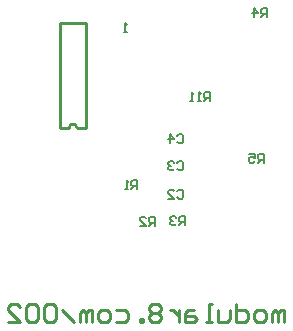
<source format=gbo>
%FSLAX24Y24*%
%MOIN*%
G70*
G01*
G75*
G04 Layer_Color=32896*
%ADD10R,0.0280X0.0159*%
%ADD11R,0.0450X0.0450*%
%ADD12R,0.0315X0.0236*%
%ADD13R,0.0236X0.0315*%
%ADD14R,0.0689X0.0433*%
%ADD15R,0.0689X0.0256*%
G04:AMPARAMS|DCode=16|XSize=68.9mil|YSize=25.6mil|CornerRadius=0mil|HoleSize=0mil|Usage=FLASHONLY|Rotation=0.000|XOffset=0mil|YOffset=0mil|HoleType=Round|Shape=Octagon|*
%AMOCTAGOND16*
4,1,8,0.0344,-0.0064,0.0344,0.0064,0.0281,0.0128,-0.0281,0.0128,-0.0344,0.0064,-0.0344,-0.0064,-0.0281,-0.0128,0.0281,-0.0128,0.0344,-0.0064,0.0*
%
%ADD16OCTAGOND16*%

%ADD17R,0.0950X0.1300*%
%ADD18R,0.0984X0.0394*%
%ADD19C,0.0100*%
%ADD20C,0.0197*%
%ADD21C,0.0256*%
%ADD22C,0.0787*%
%ADD23C,0.0315*%
%ADD24R,0.0400X0.0850*%
%ADD25R,0.0550X0.0150*%
%ADD26R,0.1000X0.0300*%
%ADD27R,0.0950X0.0700*%
%ADD28R,0.0600X0.0700*%
%ADD29R,0.1575X0.0394*%
%ADD30R,0.1181X0.0394*%
%ADD31R,0.1575X0.1181*%
%ADD32R,0.1181X0.1575*%
%ADD33C,0.0220*%
%ADD34C,0.0250*%
G04:AMPARAMS|DCode=35|XSize=59.1mil|YSize=26.7mil|CornerRadius=0mil|HoleSize=0mil|Usage=FLASHONLY|Rotation=0.000|XOffset=0mil|YOffset=0mil|HoleType=Round|Shape=Octagon|*
%AMOCTAGOND35*
4,1,8,0.0295,-0.0067,0.0295,0.0067,0.0229,0.0133,-0.0229,0.0133,-0.0295,0.0067,-0.0295,-0.0067,-0.0229,-0.0133,0.0229,-0.0133,0.0295,-0.0067,0.0*
%
%ADD35OCTAGOND35*%

%ADD36R,0.0591X0.0267*%
%ADD37R,0.1102X0.0276*%
%ADD38R,0.1063X0.0315*%
%ADD39R,0.1102X0.0236*%
%ADD40R,0.1102X0.0197*%
%ADD41R,0.1142X0.0315*%
%ADD42R,0.1181X0.0354*%
%ADD43R,0.1142X0.0394*%
%ADD44C,0.0050*%
%ADD45C,0.0060*%
%ADD46C,0.0075*%
%ADD47R,0.1575X1.2598*%
%ADD48R,1.2598X0.1575*%
%ADD49R,1.2598X0.1575*%
%ADD50R,0.1575X1.2598*%
%ADD51R,0.0360X0.0239*%
%ADD52R,0.0530X0.0530*%
%ADD53R,0.0395X0.0316*%
%ADD54R,0.0316X0.0395*%
%ADD55R,0.0769X0.0513*%
%ADD56R,0.0769X0.0336*%
G04:AMPARAMS|DCode=57|XSize=76.9mil|YSize=33.6mil|CornerRadius=0mil|HoleSize=0mil|Usage=FLASHONLY|Rotation=0.000|XOffset=0mil|YOffset=0mil|HoleType=Round|Shape=Octagon|*
%AMOCTAGOND57*
4,1,8,0.0384,-0.0084,0.0384,0.0084,0.0301,0.0168,-0.0301,0.0168,-0.0384,0.0084,-0.0384,-0.0084,-0.0301,-0.0168,0.0301,-0.0168,0.0384,-0.0084,0.0*
%
%ADD57OCTAGOND57*%

%ADD58R,0.1030X0.1380*%
%ADD59R,0.1064X0.0474*%
%ADD60R,0.0080X0.0080*%
%ADD61R,0.1655X0.0474*%
%ADD62R,0.1261X0.0474*%
%ADD63R,0.1655X0.1261*%
%ADD64R,0.1261X0.1655*%
%ADD65C,0.0300*%
%ADD66C,0.0330*%
G04:AMPARAMS|DCode=67|XSize=67.1mil|YSize=34.7mil|CornerRadius=0mil|HoleSize=0mil|Usage=FLASHONLY|Rotation=0.000|XOffset=0mil|YOffset=0mil|HoleType=Round|Shape=Octagon|*
%AMOCTAGOND67*
4,1,8,0.0335,-0.0087,0.0335,0.0087,0.0249,0.0173,-0.0249,0.0173,-0.0335,0.0087,-0.0335,-0.0087,-0.0249,-0.0173,0.0249,-0.0173,0.0335,-0.0087,0.0*
%
%ADD67OCTAGOND67*%

%ADD68R,0.0671X0.0347*%
D19*
X94987Y64528D02*
G03*
X94737Y64528I-125J0D01*
G01*
X94425D02*
X94737D01*
X94987D02*
X95300D01*
Y68028D01*
X94425D02*
X95300D01*
X94425Y64528D02*
Y68028D01*
X101909Y58061D02*
Y58461D01*
X101809D01*
X101710Y58361D01*
Y58061D01*
Y58361D01*
X101610Y58461D01*
X101510Y58361D01*
Y58061D01*
X101210D02*
X101010D01*
X100910Y58161D01*
Y58361D01*
X101010Y58461D01*
X101210D01*
X101310Y58361D01*
Y58161D01*
X101210Y58061D01*
X100310Y58661D02*
Y58061D01*
X100610D01*
X100710Y58161D01*
Y58361D01*
X100610Y58461D01*
X100310D01*
X100110D02*
Y58161D01*
X100010Y58061D01*
X99710D01*
Y58461D01*
X99510Y58061D02*
X99310D01*
X99410D01*
Y58661D01*
X99510D01*
X98910Y58461D02*
X98710D01*
X98611Y58361D01*
Y58061D01*
X98910D01*
X99010Y58161D01*
X98910Y58261D01*
X98611D01*
X98411Y58461D02*
Y58061D01*
Y58261D01*
X98311Y58361D01*
X98211Y58461D01*
X98111D01*
X97811Y58561D02*
X97711Y58661D01*
X97511D01*
X97411Y58561D01*
Y58461D01*
X97511Y58361D01*
X97411Y58261D01*
Y58161D01*
X97511Y58061D01*
X97711D01*
X97811Y58161D01*
Y58261D01*
X97711Y58361D01*
X97811Y58461D01*
Y58561D01*
X97711Y58361D02*
X97511D01*
X97211Y58061D02*
Y58161D01*
X97111D01*
Y58061D01*
X97211D01*
X96311Y58461D02*
X96611D01*
X96711Y58361D01*
Y58161D01*
X96611Y58061D01*
X96311D01*
X96011D02*
X95811D01*
X95711Y58161D01*
Y58361D01*
X95811Y58461D01*
X96011D01*
X96111Y58361D01*
Y58161D01*
X96011Y58061D01*
X95512D02*
Y58461D01*
X95412D01*
X95312Y58361D01*
Y58061D01*
Y58361D01*
X95212Y58461D01*
X95112Y58361D01*
Y58061D01*
X94912D02*
X94512Y58461D01*
X94312Y58561D02*
X94212Y58661D01*
X94012D01*
X93912Y58561D01*
Y58161D01*
X94012Y58061D01*
X94212D01*
X94312Y58161D01*
Y58561D01*
X93712D02*
X93612Y58661D01*
X93412D01*
X93312Y58561D01*
Y58161D01*
X93412Y58061D01*
X93612D01*
X93712Y58161D01*
Y58561D01*
X92712Y58061D02*
X93112D01*
X92712Y58461D01*
Y58561D01*
X92812Y58661D01*
X93012D01*
X93112Y58561D01*
D46*
X99419Y65404D02*
Y65703D01*
X99269D01*
X99219Y65653D01*
Y65553D01*
X99269Y65504D01*
X99419D01*
X99319D02*
X99219Y65404D01*
X99119D02*
X99019D01*
X99069D01*
Y65703D01*
X99119Y65653D01*
X98869Y65404D02*
X98770D01*
X98819D01*
Y65703D01*
X98869Y65653D01*
X101220Y63356D02*
Y63656D01*
X101071D01*
X101021Y63606D01*
Y63506D01*
X101071Y63456D01*
X101220D01*
X101121D02*
X101021Y63356D01*
X100721Y63656D02*
X100921D01*
Y63506D01*
X100821Y63556D01*
X100771D01*
X100721Y63506D01*
Y63406D01*
X100771Y63356D01*
X100871D01*
X100921Y63406D01*
X101330Y68198D02*
Y68498D01*
X101180D01*
X101130Y68448D01*
Y68348D01*
X101180Y68298D01*
X101330D01*
X101230D02*
X101130Y68198D01*
X100880D02*
Y68498D01*
X101030Y68348D01*
X100830D01*
X98600Y61278D02*
Y61578D01*
X98450D01*
X98400Y61528D01*
Y61428D01*
X98450Y61378D01*
X98600D01*
X98500D02*
X98400Y61278D01*
X98300Y61528D02*
X98250Y61578D01*
X98150D01*
X98100Y61528D01*
Y61478D01*
X98150Y61428D01*
X98200D01*
X98150D01*
X98100Y61378D01*
Y61328D01*
X98150Y61278D01*
X98250D01*
X98300Y61328D01*
X97580Y61248D02*
Y61548D01*
X97430D01*
X97380Y61498D01*
Y61398D01*
X97430Y61348D01*
X97580D01*
X97480D02*
X97380Y61248D01*
X97080D02*
X97280D01*
X97080Y61448D01*
Y61498D01*
X97130Y61548D01*
X97230D01*
X97280Y61498D01*
X97000Y62478D02*
Y62778D01*
X96850D01*
X96800Y62728D01*
Y62628D01*
X96850Y62578D01*
X97000D01*
X96900D02*
X96800Y62478D01*
X96700D02*
X96600D01*
X96650D01*
Y62778D01*
X96700Y62728D01*
X98330Y64248D02*
X98380Y64298D01*
X98480D01*
X98530Y64248D01*
Y64048D01*
X98480Y63998D01*
X98380D01*
X98330Y64048D01*
X98080Y63998D02*
Y64298D01*
X98230Y64148D01*
X98030D01*
X98330Y63348D02*
X98380Y63398D01*
X98480D01*
X98530Y63348D01*
Y63148D01*
X98480Y63098D01*
X98380D01*
X98330Y63148D01*
X98230Y63348D02*
X98180Y63398D01*
X98080D01*
X98030Y63348D01*
Y63298D01*
X98080Y63248D01*
X98130D01*
X98080D01*
X98030Y63198D01*
Y63148D01*
X98080Y63098D01*
X98180D01*
X98230Y63148D01*
X98330Y62398D02*
X98380Y62448D01*
X98480D01*
X98530Y62398D01*
Y62198D01*
X98480Y62148D01*
X98380D01*
X98330Y62198D01*
X98030Y62148D02*
X98230D01*
X98030Y62348D01*
Y62398D01*
X98080Y62448D01*
X98180D01*
X98230Y62398D01*
X96660Y67708D02*
X96560D01*
X96610D01*
Y68008D01*
X96660Y67958D01*
M02*

</source>
